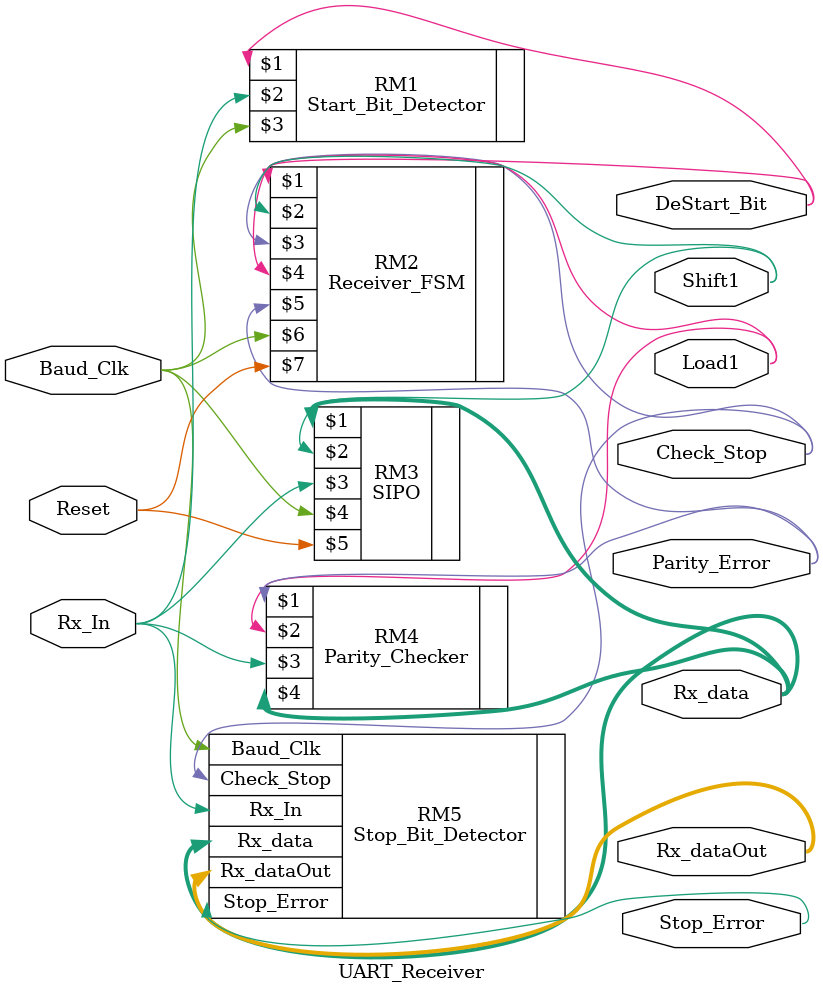
<source format=v>
`timescale 1ns / 1ps
module UART_Receiver(Rx_dataOut, Rx_data, Stop_Error, Parity_Error, Load1, Shift1, Check_Stop, DeStart_Bit, Rx_In, Baud_Clk, Reset);

output [31:0]Rx_dataOut, Rx_data;
output Stop_Error, Parity_Error, Load1, Shift1, Check_Stop, DeStart_Bit;
input Rx_In, Baud_Clk, Reset;

Start_Bit_Detector RM1(DeStart_Bit, Rx_In, Baud_Clk);
Receiver_FSM RM2(Load1, Shift1, Check_Stop, DeStart_Bit, Parity_Error, Baud_Clk, Reset);
SIPO RM3(Rx_data, Shift1, Rx_In, Baud_Clk, Reset);
Parity_Checker RM4(Parity_Error, Load1, Rx_In, Rx_data);
Stop_Bit_Detector RM5 (.Stop_Error(Stop_Error), .Rx_dataOut(Rx_dataOut), .Check_Stop(Check_Stop), .Rx_In(Rx_In), .Rx_data(Rx_data), .Baud_Clk(Baud_Clk));
endmodule

</source>
